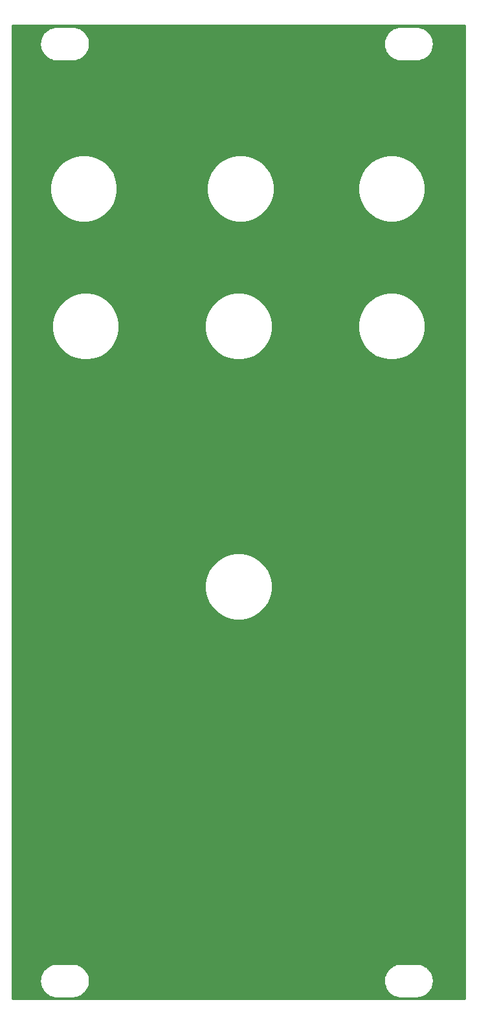
<source format=gbr>
G04 #@! TF.GenerationSoftware,KiCad,Pcbnew,(5.1.5-0)*
G04 #@! TF.CreationDate,2021-01-08T11:41:48-08:00*
G04 #@! TF.ProjectId,hypster,68797073-7465-4722-9e6b-696361645f70,rev?*
G04 #@! TF.SameCoordinates,Original*
G04 #@! TF.FileFunction,Copper,L2,Bot*
G04 #@! TF.FilePolarity,Positive*
%FSLAX46Y46*%
G04 Gerber Fmt 4.6, Leading zero omitted, Abs format (unit mm)*
G04 Created by KiCad (PCBNEW (5.1.5-0)) date 2021-01-08 11:41:48*
%MOMM*%
%LPD*%
G04 APERTURE LIST*
%ADD10C,6.100000*%
%ADD11C,5.100000*%
%ADD12C,0.254000*%
G04 APERTURE END LIST*
D10*
X10250000Y-324250000D03*
X50250000Y-324250000D03*
D11*
X20250000Y-300000000D03*
X40250000Y-300000000D03*
X40250000Y-280000000D03*
X20250000Y-280000000D03*
D10*
X10250000Y-308000000D03*
X30250000Y-308000000D03*
X50250000Y-308000000D03*
X50250000Y-340000000D03*
X36750000Y-340000000D03*
X23250000Y-340000000D03*
X10250000Y-340000000D03*
X10250000Y-356000000D03*
X23250000Y-356000000D03*
X36750000Y-356000000D03*
X50250000Y-356000000D03*
D12*
G36*
X59840001Y-377840000D02*
G01*
X660000Y-377840000D01*
X660000Y-375451353D01*
X4242755Y-375451353D01*
X4243173Y-375511171D01*
X4242755Y-375570988D01*
X4243655Y-375580160D01*
X4276296Y-375890715D01*
X4288320Y-375949291D01*
X4299532Y-376008070D01*
X4302196Y-376016892D01*
X4394535Y-376315192D01*
X4417715Y-376370335D01*
X4440124Y-376425800D01*
X4444451Y-376433937D01*
X4592972Y-376708621D01*
X4626417Y-376758205D01*
X4659177Y-376808268D01*
X4665001Y-376815409D01*
X4864047Y-377056013D01*
X4906482Y-377098154D01*
X4948346Y-377140903D01*
X4955446Y-377146777D01*
X5197435Y-377344138D01*
X5247259Y-377377241D01*
X5296615Y-377411036D01*
X5304721Y-377415419D01*
X5580435Y-377562019D01*
X5635704Y-377584799D01*
X5690724Y-377608381D01*
X5699527Y-377611105D01*
X5998465Y-377701359D01*
X6057138Y-377712976D01*
X6115655Y-377725415D01*
X6124820Y-377726378D01*
X6435594Y-377756850D01*
X6435598Y-377756850D01*
X6467581Y-377760000D01*
X8532419Y-377760000D01*
X8565986Y-377756694D01*
X8586744Y-377756694D01*
X8595909Y-377755731D01*
X8906228Y-377720923D01*
X8964731Y-377708487D01*
X9023419Y-377696867D01*
X9032222Y-377694142D01*
X9329870Y-377599723D01*
X9384792Y-377576183D01*
X9440159Y-377553363D01*
X9448265Y-377548979D01*
X9721904Y-377398544D01*
X9771217Y-377364779D01*
X9821088Y-377331645D01*
X9828188Y-377325770D01*
X10067397Y-377125049D01*
X10109241Y-377082320D01*
X10151694Y-377040162D01*
X10157519Y-377033020D01*
X10353185Y-376789660D01*
X10385938Y-376739608D01*
X10419391Y-376690013D01*
X10423714Y-376681881D01*
X10423717Y-376681877D01*
X10423719Y-376681873D01*
X10568388Y-376405146D01*
X10590785Y-376349711D01*
X10613978Y-376294539D01*
X10616641Y-376285717D01*
X10704807Y-375986156D01*
X10716007Y-375927440D01*
X10728045Y-375868798D01*
X10728944Y-375859627D01*
X10757245Y-375548647D01*
X10756827Y-375488830D01*
X10757088Y-375451353D01*
X49242755Y-375451353D01*
X49243173Y-375511171D01*
X49242755Y-375570988D01*
X49243655Y-375580160D01*
X49276296Y-375890715D01*
X49288320Y-375949291D01*
X49299532Y-376008070D01*
X49302196Y-376016892D01*
X49394535Y-376315192D01*
X49417715Y-376370335D01*
X49440124Y-376425800D01*
X49444451Y-376433937D01*
X49592972Y-376708621D01*
X49626417Y-376758205D01*
X49659177Y-376808268D01*
X49665001Y-376815409D01*
X49864047Y-377056013D01*
X49906482Y-377098154D01*
X49948346Y-377140903D01*
X49955446Y-377146777D01*
X50197435Y-377344138D01*
X50247259Y-377377241D01*
X50296615Y-377411036D01*
X50304721Y-377415419D01*
X50580435Y-377562019D01*
X50635704Y-377584799D01*
X50690724Y-377608381D01*
X50699527Y-377611105D01*
X50998465Y-377701359D01*
X51057138Y-377712976D01*
X51115655Y-377725415D01*
X51124820Y-377726378D01*
X51435594Y-377756850D01*
X51435598Y-377756850D01*
X51467581Y-377760000D01*
X53532419Y-377760000D01*
X53565986Y-377756694D01*
X53586744Y-377756694D01*
X53595909Y-377755731D01*
X53906228Y-377720923D01*
X53964731Y-377708487D01*
X54023419Y-377696867D01*
X54032222Y-377694142D01*
X54329870Y-377599723D01*
X54384792Y-377576183D01*
X54440159Y-377553363D01*
X54448265Y-377548979D01*
X54721904Y-377398544D01*
X54771217Y-377364779D01*
X54821088Y-377331645D01*
X54828188Y-377325770D01*
X55067397Y-377125049D01*
X55109241Y-377082320D01*
X55151694Y-377040162D01*
X55157519Y-377033020D01*
X55353185Y-376789660D01*
X55385938Y-376739608D01*
X55419391Y-376690013D01*
X55423714Y-376681881D01*
X55423717Y-376681877D01*
X55423719Y-376681873D01*
X55568388Y-376405146D01*
X55590785Y-376349711D01*
X55613978Y-376294539D01*
X55616641Y-376285717D01*
X55704807Y-375986156D01*
X55716007Y-375927440D01*
X55728045Y-375868798D01*
X55728944Y-375859627D01*
X55757245Y-375548647D01*
X55756827Y-375488830D01*
X55757245Y-375429012D01*
X55756345Y-375419841D01*
X55723704Y-375109285D01*
X55711680Y-375050709D01*
X55700468Y-374991930D01*
X55697804Y-374983108D01*
X55605465Y-374684808D01*
X55582280Y-374629653D01*
X55559876Y-374574200D01*
X55555549Y-374566064D01*
X55555549Y-374566063D01*
X55555546Y-374566059D01*
X55407028Y-374291379D01*
X55373583Y-374241795D01*
X55340823Y-374191732D01*
X55334999Y-374184591D01*
X55135954Y-373943987D01*
X55093535Y-373901863D01*
X55051655Y-373859097D01*
X55044554Y-373853223D01*
X54802565Y-373655862D01*
X54752741Y-373622759D01*
X54703385Y-373588964D01*
X54695279Y-373584581D01*
X54419566Y-373437981D01*
X54364269Y-373415189D01*
X54309275Y-373391619D01*
X54300472Y-373388895D01*
X54001535Y-373298641D01*
X53942862Y-373287024D01*
X53884345Y-373274585D01*
X53875180Y-373273622D01*
X53564405Y-373243150D01*
X53564402Y-373243150D01*
X53532419Y-373240000D01*
X51467581Y-373240000D01*
X51434014Y-373243306D01*
X51413256Y-373243306D01*
X51404091Y-373244269D01*
X51093771Y-373279077D01*
X51035298Y-373291506D01*
X50976581Y-373303132D01*
X50967778Y-373305858D01*
X50670130Y-373400277D01*
X50615147Y-373423843D01*
X50559841Y-373446638D01*
X50551735Y-373451021D01*
X50278095Y-373601456D01*
X50228748Y-373635245D01*
X50178913Y-373668355D01*
X50171812Y-373674229D01*
X49932603Y-373874951D01*
X49890759Y-373917681D01*
X49848305Y-373959839D01*
X49842481Y-373966980D01*
X49646814Y-374210340D01*
X49614055Y-374260400D01*
X49580609Y-374309986D01*
X49576283Y-374318123D01*
X49431612Y-374594854D01*
X49409215Y-374650289D01*
X49386022Y-374705461D01*
X49383359Y-374714283D01*
X49295193Y-375013844D01*
X49283993Y-375072560D01*
X49271955Y-375131202D01*
X49271056Y-375140373D01*
X49242755Y-375451353D01*
X10757088Y-375451353D01*
X10757245Y-375429012D01*
X10756345Y-375419841D01*
X10723704Y-375109285D01*
X10711680Y-375050709D01*
X10700468Y-374991930D01*
X10697804Y-374983108D01*
X10605465Y-374684808D01*
X10582280Y-374629653D01*
X10559876Y-374574200D01*
X10555549Y-374566064D01*
X10555549Y-374566063D01*
X10555546Y-374566059D01*
X10407028Y-374291379D01*
X10373583Y-374241795D01*
X10340823Y-374191732D01*
X10334999Y-374184591D01*
X10135954Y-373943987D01*
X10093535Y-373901863D01*
X10051655Y-373859097D01*
X10044554Y-373853223D01*
X9802565Y-373655862D01*
X9752741Y-373622759D01*
X9703385Y-373588964D01*
X9695279Y-373584581D01*
X9419566Y-373437981D01*
X9364269Y-373415189D01*
X9309275Y-373391619D01*
X9300472Y-373388895D01*
X9001535Y-373298641D01*
X8942862Y-373287024D01*
X8884345Y-373274585D01*
X8875180Y-373273622D01*
X8564405Y-373243150D01*
X8564402Y-373243150D01*
X8532419Y-373240000D01*
X6467581Y-373240000D01*
X6434014Y-373243306D01*
X6413256Y-373243306D01*
X6404091Y-373244269D01*
X6093771Y-373279077D01*
X6035298Y-373291506D01*
X5976581Y-373303132D01*
X5967778Y-373305858D01*
X5670130Y-373400277D01*
X5615147Y-373423843D01*
X5559841Y-373446638D01*
X5551735Y-373451021D01*
X5278095Y-373601456D01*
X5228748Y-373635245D01*
X5178913Y-373668355D01*
X5171812Y-373674229D01*
X4932603Y-373874951D01*
X4890759Y-373917681D01*
X4848305Y-373959839D01*
X4842481Y-373966980D01*
X4646814Y-374210340D01*
X4614055Y-374260400D01*
X4580609Y-374309986D01*
X4576283Y-374318123D01*
X4431612Y-374594854D01*
X4409215Y-374650289D01*
X4386022Y-374705461D01*
X4383359Y-374714283D01*
X4295193Y-375013844D01*
X4283993Y-375072560D01*
X4271955Y-375131202D01*
X4271056Y-375140373D01*
X4242755Y-375451353D01*
X660000Y-375451353D01*
X660000Y-323565784D01*
X25841332Y-323565784D01*
X25841332Y-324434216D01*
X26010754Y-325285961D01*
X26343089Y-326088288D01*
X26825564Y-326810362D01*
X27439638Y-327424436D01*
X28161712Y-327906911D01*
X28964039Y-328239246D01*
X29815784Y-328408668D01*
X30684216Y-328408668D01*
X31535961Y-328239246D01*
X32338288Y-327906911D01*
X33060362Y-327424436D01*
X33674436Y-326810362D01*
X34156911Y-326088288D01*
X34489246Y-325285961D01*
X34658668Y-324434216D01*
X34658668Y-323565784D01*
X34489246Y-322714039D01*
X34156911Y-321911712D01*
X33674436Y-321189638D01*
X33060362Y-320575564D01*
X32338288Y-320093089D01*
X31535961Y-319760754D01*
X30684216Y-319591332D01*
X29815784Y-319591332D01*
X28964039Y-319760754D01*
X28161712Y-320093089D01*
X27439638Y-320575564D01*
X26825564Y-321189638D01*
X26343089Y-321911712D01*
X26010754Y-322714039D01*
X25841332Y-323565784D01*
X660000Y-323565784D01*
X660000Y-289565784D01*
X5841332Y-289565784D01*
X5841332Y-290434216D01*
X6010754Y-291285961D01*
X6343089Y-292088288D01*
X6825564Y-292810362D01*
X7439638Y-293424436D01*
X8161712Y-293906911D01*
X8964039Y-294239246D01*
X9815784Y-294408668D01*
X10684216Y-294408668D01*
X11535961Y-294239246D01*
X12338288Y-293906911D01*
X13060362Y-293424436D01*
X13674436Y-292810362D01*
X14156911Y-292088288D01*
X14489246Y-291285961D01*
X14658668Y-290434216D01*
X14658668Y-289565784D01*
X25841332Y-289565784D01*
X25841332Y-290434216D01*
X26010754Y-291285961D01*
X26343089Y-292088288D01*
X26825564Y-292810362D01*
X27439638Y-293424436D01*
X28161712Y-293906911D01*
X28964039Y-294239246D01*
X29815784Y-294408668D01*
X30684216Y-294408668D01*
X31535961Y-294239246D01*
X32338288Y-293906911D01*
X33060362Y-293424436D01*
X33674436Y-292810362D01*
X34156911Y-292088288D01*
X34489246Y-291285961D01*
X34658668Y-290434216D01*
X34658668Y-289565784D01*
X45841332Y-289565784D01*
X45841332Y-290434216D01*
X46010754Y-291285961D01*
X46343089Y-292088288D01*
X46825564Y-292810362D01*
X47439638Y-293424436D01*
X48161712Y-293906911D01*
X48964039Y-294239246D01*
X49815784Y-294408668D01*
X50684216Y-294408668D01*
X51535961Y-294239246D01*
X52338288Y-293906911D01*
X53060362Y-293424436D01*
X53674436Y-292810362D01*
X54156911Y-292088288D01*
X54489246Y-291285961D01*
X54658668Y-290434216D01*
X54658668Y-289565784D01*
X54489246Y-288714039D01*
X54156911Y-287911712D01*
X53674436Y-287189638D01*
X53060362Y-286575564D01*
X52338288Y-286093089D01*
X51535961Y-285760754D01*
X50684216Y-285591332D01*
X49815784Y-285591332D01*
X48964039Y-285760754D01*
X48161712Y-286093089D01*
X47439638Y-286575564D01*
X46825564Y-287189638D01*
X46343089Y-287911712D01*
X46010754Y-288714039D01*
X45841332Y-289565784D01*
X34658668Y-289565784D01*
X34489246Y-288714039D01*
X34156911Y-287911712D01*
X33674436Y-287189638D01*
X33060362Y-286575564D01*
X32338288Y-286093089D01*
X31535961Y-285760754D01*
X30684216Y-285591332D01*
X29815784Y-285591332D01*
X28964039Y-285760754D01*
X28161712Y-286093089D01*
X27439638Y-286575564D01*
X26825564Y-287189638D01*
X26343089Y-287911712D01*
X26010754Y-288714039D01*
X25841332Y-289565784D01*
X14658668Y-289565784D01*
X14489246Y-288714039D01*
X14156911Y-287911712D01*
X13674436Y-287189638D01*
X13060362Y-286575564D01*
X12338288Y-286093089D01*
X11535961Y-285760754D01*
X10684216Y-285591332D01*
X9815784Y-285591332D01*
X8964039Y-285760754D01*
X8161712Y-286093089D01*
X7439638Y-286575564D01*
X6825564Y-287189638D01*
X6343089Y-287911712D01*
X6010754Y-288714039D01*
X5841332Y-289565784D01*
X660000Y-289565784D01*
X660000Y-271565784D01*
X5591332Y-271565784D01*
X5591332Y-272434216D01*
X5760754Y-273285961D01*
X6093089Y-274088288D01*
X6575564Y-274810362D01*
X7189638Y-275424436D01*
X7911712Y-275906911D01*
X8714039Y-276239246D01*
X9565784Y-276408668D01*
X10434216Y-276408668D01*
X11285961Y-276239246D01*
X12088288Y-275906911D01*
X12810362Y-275424436D01*
X13424436Y-274810362D01*
X13906911Y-274088288D01*
X14239246Y-273285961D01*
X14408668Y-272434216D01*
X14408668Y-271565784D01*
X26091332Y-271565784D01*
X26091332Y-272434216D01*
X26260754Y-273285961D01*
X26593089Y-274088288D01*
X27075564Y-274810362D01*
X27689638Y-275424436D01*
X28411712Y-275906911D01*
X29214039Y-276239246D01*
X30065784Y-276408668D01*
X30934216Y-276408668D01*
X31785961Y-276239246D01*
X32588288Y-275906911D01*
X33310362Y-275424436D01*
X33924436Y-274810362D01*
X34406911Y-274088288D01*
X34739246Y-273285961D01*
X34908668Y-272434216D01*
X34908668Y-271565784D01*
X45841332Y-271565784D01*
X45841332Y-272434216D01*
X46010754Y-273285961D01*
X46343089Y-274088288D01*
X46825564Y-274810362D01*
X47439638Y-275424436D01*
X48161712Y-275906911D01*
X48964039Y-276239246D01*
X49815784Y-276408668D01*
X50684216Y-276408668D01*
X51535961Y-276239246D01*
X52338288Y-275906911D01*
X53060362Y-275424436D01*
X53674436Y-274810362D01*
X54156911Y-274088288D01*
X54489246Y-273285961D01*
X54658668Y-272434216D01*
X54658668Y-271565784D01*
X54489246Y-270714039D01*
X54156911Y-269911712D01*
X53674436Y-269189638D01*
X53060362Y-268575564D01*
X52338288Y-268093089D01*
X51535961Y-267760754D01*
X50684216Y-267591332D01*
X49815784Y-267591332D01*
X48964039Y-267760754D01*
X48161712Y-268093089D01*
X47439638Y-268575564D01*
X46825564Y-269189638D01*
X46343089Y-269911712D01*
X46010754Y-270714039D01*
X45841332Y-271565784D01*
X34908668Y-271565784D01*
X34739246Y-270714039D01*
X34406911Y-269911712D01*
X33924436Y-269189638D01*
X33310362Y-268575564D01*
X32588288Y-268093089D01*
X31785961Y-267760754D01*
X30934216Y-267591332D01*
X30065784Y-267591332D01*
X29214039Y-267760754D01*
X28411712Y-268093089D01*
X27689638Y-268575564D01*
X27075564Y-269189638D01*
X26593089Y-269911712D01*
X26260754Y-270714039D01*
X26091332Y-271565784D01*
X14408668Y-271565784D01*
X14239246Y-270714039D01*
X13906911Y-269911712D01*
X13424436Y-269189638D01*
X12810362Y-268575564D01*
X12088288Y-268093089D01*
X11285961Y-267760754D01*
X10434216Y-267591332D01*
X9565784Y-267591332D01*
X8714039Y-267760754D01*
X7911712Y-268093089D01*
X7189638Y-268575564D01*
X6575564Y-269189638D01*
X6093089Y-269911712D01*
X5760754Y-270714039D01*
X5591332Y-271565784D01*
X660000Y-271565784D01*
X660000Y-253051353D01*
X4242755Y-253051353D01*
X4243173Y-253111171D01*
X4242755Y-253170988D01*
X4243655Y-253180160D01*
X4276296Y-253490715D01*
X4288320Y-253549291D01*
X4299532Y-253608070D01*
X4302196Y-253616892D01*
X4394535Y-253915192D01*
X4417715Y-253970335D01*
X4440124Y-254025800D01*
X4444451Y-254033937D01*
X4592972Y-254308621D01*
X4626417Y-254358205D01*
X4659177Y-254408268D01*
X4665001Y-254415409D01*
X4864047Y-254656013D01*
X4906482Y-254698154D01*
X4948346Y-254740903D01*
X4955446Y-254746777D01*
X5197435Y-254944138D01*
X5247259Y-254977241D01*
X5296615Y-255011036D01*
X5304721Y-255015419D01*
X5580435Y-255162019D01*
X5635704Y-255184799D01*
X5690724Y-255208381D01*
X5699527Y-255211105D01*
X5998465Y-255301359D01*
X6057138Y-255312976D01*
X6115655Y-255325415D01*
X6124820Y-255326378D01*
X6435594Y-255356850D01*
X6435598Y-255356850D01*
X6467581Y-255360000D01*
X8532419Y-255360000D01*
X8565986Y-255356694D01*
X8586744Y-255356694D01*
X8595909Y-255355731D01*
X8906228Y-255320923D01*
X8964731Y-255308487D01*
X9023419Y-255296867D01*
X9032222Y-255294142D01*
X9329870Y-255199723D01*
X9384792Y-255176183D01*
X9440159Y-255153363D01*
X9448265Y-255148979D01*
X9721904Y-254998544D01*
X9771217Y-254964779D01*
X9821088Y-254931645D01*
X9828188Y-254925770D01*
X10067397Y-254725049D01*
X10109241Y-254682320D01*
X10151694Y-254640162D01*
X10157519Y-254633020D01*
X10353185Y-254389660D01*
X10385938Y-254339608D01*
X10419391Y-254290013D01*
X10423714Y-254281881D01*
X10423717Y-254281877D01*
X10423719Y-254281873D01*
X10568388Y-254005146D01*
X10590785Y-253949711D01*
X10613978Y-253894539D01*
X10616641Y-253885717D01*
X10704807Y-253586156D01*
X10716007Y-253527440D01*
X10728045Y-253468798D01*
X10728944Y-253459627D01*
X10757245Y-253148647D01*
X10756827Y-253088830D01*
X10757088Y-253051353D01*
X49242755Y-253051353D01*
X49243173Y-253111171D01*
X49242755Y-253170988D01*
X49243655Y-253180160D01*
X49276296Y-253490715D01*
X49288320Y-253549291D01*
X49299532Y-253608070D01*
X49302196Y-253616892D01*
X49394535Y-253915192D01*
X49417715Y-253970335D01*
X49440124Y-254025800D01*
X49444451Y-254033937D01*
X49592972Y-254308621D01*
X49626417Y-254358205D01*
X49659177Y-254408268D01*
X49665001Y-254415409D01*
X49864047Y-254656013D01*
X49906482Y-254698154D01*
X49948346Y-254740903D01*
X49955446Y-254746777D01*
X50197435Y-254944138D01*
X50247259Y-254977241D01*
X50296615Y-255011036D01*
X50304721Y-255015419D01*
X50580435Y-255162019D01*
X50635704Y-255184799D01*
X50690724Y-255208381D01*
X50699527Y-255211105D01*
X50998465Y-255301359D01*
X51057138Y-255312976D01*
X51115655Y-255325415D01*
X51124820Y-255326378D01*
X51435594Y-255356850D01*
X51435598Y-255356850D01*
X51467581Y-255360000D01*
X53532419Y-255360000D01*
X53565986Y-255356694D01*
X53586744Y-255356694D01*
X53595909Y-255355731D01*
X53906228Y-255320923D01*
X53964731Y-255308487D01*
X54023419Y-255296867D01*
X54032222Y-255294142D01*
X54329870Y-255199723D01*
X54384792Y-255176183D01*
X54440159Y-255153363D01*
X54448265Y-255148979D01*
X54721904Y-254998544D01*
X54771217Y-254964779D01*
X54821088Y-254931645D01*
X54828188Y-254925770D01*
X55067397Y-254725049D01*
X55109241Y-254682320D01*
X55151694Y-254640162D01*
X55157519Y-254633020D01*
X55353185Y-254389660D01*
X55385938Y-254339608D01*
X55419391Y-254290013D01*
X55423714Y-254281881D01*
X55423717Y-254281877D01*
X55423719Y-254281873D01*
X55568388Y-254005146D01*
X55590785Y-253949711D01*
X55613978Y-253894539D01*
X55616641Y-253885717D01*
X55704807Y-253586156D01*
X55716007Y-253527440D01*
X55728045Y-253468798D01*
X55728944Y-253459627D01*
X55757245Y-253148647D01*
X55756827Y-253088830D01*
X55757245Y-253029012D01*
X55756345Y-253019841D01*
X55723704Y-252709285D01*
X55711680Y-252650709D01*
X55700468Y-252591930D01*
X55697804Y-252583108D01*
X55605465Y-252284808D01*
X55582280Y-252229653D01*
X55559876Y-252174200D01*
X55555549Y-252166064D01*
X55555549Y-252166063D01*
X55555546Y-252166059D01*
X55407028Y-251891379D01*
X55373583Y-251841795D01*
X55340823Y-251791732D01*
X55334999Y-251784591D01*
X55135954Y-251543987D01*
X55093535Y-251501863D01*
X55051655Y-251459097D01*
X55044554Y-251453223D01*
X54802565Y-251255862D01*
X54752741Y-251222759D01*
X54703385Y-251188964D01*
X54695279Y-251184581D01*
X54419566Y-251037981D01*
X54364269Y-251015189D01*
X54309275Y-250991619D01*
X54300472Y-250988895D01*
X54001535Y-250898641D01*
X53942862Y-250887024D01*
X53884345Y-250874585D01*
X53875180Y-250873622D01*
X53564405Y-250843150D01*
X53564402Y-250843150D01*
X53532419Y-250840000D01*
X51467581Y-250840000D01*
X51434014Y-250843306D01*
X51413256Y-250843306D01*
X51404091Y-250844269D01*
X51093771Y-250879077D01*
X51035298Y-250891506D01*
X50976581Y-250903132D01*
X50967778Y-250905858D01*
X50670130Y-251000277D01*
X50615147Y-251023843D01*
X50559841Y-251046638D01*
X50551735Y-251051021D01*
X50278095Y-251201456D01*
X50228748Y-251235245D01*
X50178913Y-251268355D01*
X50171812Y-251274229D01*
X49932603Y-251474951D01*
X49890759Y-251517681D01*
X49848305Y-251559839D01*
X49842481Y-251566980D01*
X49646814Y-251810340D01*
X49614055Y-251860400D01*
X49580609Y-251909986D01*
X49576283Y-251918123D01*
X49431612Y-252194854D01*
X49409215Y-252250289D01*
X49386022Y-252305461D01*
X49383359Y-252314283D01*
X49295193Y-252613844D01*
X49283993Y-252672560D01*
X49271955Y-252731202D01*
X49271056Y-252740373D01*
X49242755Y-253051353D01*
X10757088Y-253051353D01*
X10757245Y-253029012D01*
X10756345Y-253019841D01*
X10723704Y-252709285D01*
X10711680Y-252650709D01*
X10700468Y-252591930D01*
X10697804Y-252583108D01*
X10605465Y-252284808D01*
X10582280Y-252229653D01*
X10559876Y-252174200D01*
X10555549Y-252166064D01*
X10555549Y-252166063D01*
X10555546Y-252166059D01*
X10407028Y-251891379D01*
X10373583Y-251841795D01*
X10340823Y-251791732D01*
X10334999Y-251784591D01*
X10135954Y-251543987D01*
X10093535Y-251501863D01*
X10051655Y-251459097D01*
X10044554Y-251453223D01*
X9802565Y-251255862D01*
X9752741Y-251222759D01*
X9703385Y-251188964D01*
X9695279Y-251184581D01*
X9419566Y-251037981D01*
X9364269Y-251015189D01*
X9309275Y-250991619D01*
X9300472Y-250988895D01*
X9001535Y-250898641D01*
X8942862Y-250887024D01*
X8884345Y-250874585D01*
X8875180Y-250873622D01*
X8564405Y-250843150D01*
X8564402Y-250843150D01*
X8532419Y-250840000D01*
X6467581Y-250840000D01*
X6434014Y-250843306D01*
X6413256Y-250843306D01*
X6404091Y-250844269D01*
X6093771Y-250879077D01*
X6035298Y-250891506D01*
X5976581Y-250903132D01*
X5967778Y-250905858D01*
X5670130Y-251000277D01*
X5615147Y-251023843D01*
X5559841Y-251046638D01*
X5551735Y-251051021D01*
X5278095Y-251201456D01*
X5228748Y-251235245D01*
X5178913Y-251268355D01*
X5171812Y-251274229D01*
X4932603Y-251474951D01*
X4890759Y-251517681D01*
X4848305Y-251559839D01*
X4842481Y-251566980D01*
X4646814Y-251810340D01*
X4614055Y-251860400D01*
X4580609Y-251909986D01*
X4576283Y-251918123D01*
X4431612Y-252194854D01*
X4409215Y-252250289D01*
X4386022Y-252305461D01*
X4383359Y-252314283D01*
X4295193Y-252613844D01*
X4283993Y-252672560D01*
X4271955Y-252731202D01*
X4271056Y-252740373D01*
X4242755Y-253051353D01*
X660000Y-253051353D01*
X660000Y-250660000D01*
X59840000Y-250660000D01*
X59840001Y-377840000D01*
G37*
X59840001Y-377840000D02*
X660000Y-377840000D01*
X660000Y-375451353D01*
X4242755Y-375451353D01*
X4243173Y-375511171D01*
X4242755Y-375570988D01*
X4243655Y-375580160D01*
X4276296Y-375890715D01*
X4288320Y-375949291D01*
X4299532Y-376008070D01*
X4302196Y-376016892D01*
X4394535Y-376315192D01*
X4417715Y-376370335D01*
X4440124Y-376425800D01*
X4444451Y-376433937D01*
X4592972Y-376708621D01*
X4626417Y-376758205D01*
X4659177Y-376808268D01*
X4665001Y-376815409D01*
X4864047Y-377056013D01*
X4906482Y-377098154D01*
X4948346Y-377140903D01*
X4955446Y-377146777D01*
X5197435Y-377344138D01*
X5247259Y-377377241D01*
X5296615Y-377411036D01*
X5304721Y-377415419D01*
X5580435Y-377562019D01*
X5635704Y-377584799D01*
X5690724Y-377608381D01*
X5699527Y-377611105D01*
X5998465Y-377701359D01*
X6057138Y-377712976D01*
X6115655Y-377725415D01*
X6124820Y-377726378D01*
X6435594Y-377756850D01*
X6435598Y-377756850D01*
X6467581Y-377760000D01*
X8532419Y-377760000D01*
X8565986Y-377756694D01*
X8586744Y-377756694D01*
X8595909Y-377755731D01*
X8906228Y-377720923D01*
X8964731Y-377708487D01*
X9023419Y-377696867D01*
X9032222Y-377694142D01*
X9329870Y-377599723D01*
X9384792Y-377576183D01*
X9440159Y-377553363D01*
X9448265Y-377548979D01*
X9721904Y-377398544D01*
X9771217Y-377364779D01*
X9821088Y-377331645D01*
X9828188Y-377325770D01*
X10067397Y-377125049D01*
X10109241Y-377082320D01*
X10151694Y-377040162D01*
X10157519Y-377033020D01*
X10353185Y-376789660D01*
X10385938Y-376739608D01*
X10419391Y-376690013D01*
X10423714Y-376681881D01*
X10423717Y-376681877D01*
X10423719Y-376681873D01*
X10568388Y-376405146D01*
X10590785Y-376349711D01*
X10613978Y-376294539D01*
X10616641Y-376285717D01*
X10704807Y-375986156D01*
X10716007Y-375927440D01*
X10728045Y-375868798D01*
X10728944Y-375859627D01*
X10757245Y-375548647D01*
X10756827Y-375488830D01*
X10757088Y-375451353D01*
X49242755Y-375451353D01*
X49243173Y-375511171D01*
X49242755Y-375570988D01*
X49243655Y-375580160D01*
X49276296Y-375890715D01*
X49288320Y-375949291D01*
X49299532Y-376008070D01*
X49302196Y-376016892D01*
X49394535Y-376315192D01*
X49417715Y-376370335D01*
X49440124Y-376425800D01*
X49444451Y-376433937D01*
X49592972Y-376708621D01*
X49626417Y-376758205D01*
X49659177Y-376808268D01*
X49665001Y-376815409D01*
X49864047Y-377056013D01*
X49906482Y-377098154D01*
X49948346Y-377140903D01*
X49955446Y-377146777D01*
X50197435Y-377344138D01*
X50247259Y-377377241D01*
X50296615Y-377411036D01*
X50304721Y-377415419D01*
X50580435Y-377562019D01*
X50635704Y-377584799D01*
X50690724Y-377608381D01*
X50699527Y-377611105D01*
X50998465Y-377701359D01*
X51057138Y-377712976D01*
X51115655Y-377725415D01*
X51124820Y-377726378D01*
X51435594Y-377756850D01*
X51435598Y-377756850D01*
X51467581Y-377760000D01*
X53532419Y-377760000D01*
X53565986Y-377756694D01*
X53586744Y-377756694D01*
X53595909Y-377755731D01*
X53906228Y-377720923D01*
X53964731Y-377708487D01*
X54023419Y-377696867D01*
X54032222Y-377694142D01*
X54329870Y-377599723D01*
X54384792Y-377576183D01*
X54440159Y-377553363D01*
X54448265Y-377548979D01*
X54721904Y-377398544D01*
X54771217Y-377364779D01*
X54821088Y-377331645D01*
X54828188Y-377325770D01*
X55067397Y-377125049D01*
X55109241Y-377082320D01*
X55151694Y-377040162D01*
X55157519Y-377033020D01*
X55353185Y-376789660D01*
X55385938Y-376739608D01*
X55419391Y-376690013D01*
X55423714Y-376681881D01*
X55423717Y-376681877D01*
X55423719Y-376681873D01*
X55568388Y-376405146D01*
X55590785Y-376349711D01*
X55613978Y-376294539D01*
X55616641Y-376285717D01*
X55704807Y-375986156D01*
X55716007Y-375927440D01*
X55728045Y-375868798D01*
X55728944Y-375859627D01*
X55757245Y-375548647D01*
X55756827Y-375488830D01*
X55757245Y-375429012D01*
X55756345Y-375419841D01*
X55723704Y-375109285D01*
X55711680Y-375050709D01*
X55700468Y-374991930D01*
X55697804Y-374983108D01*
X55605465Y-374684808D01*
X55582280Y-374629653D01*
X55559876Y-374574200D01*
X55555549Y-374566064D01*
X55555549Y-374566063D01*
X55555546Y-374566059D01*
X55407028Y-374291379D01*
X55373583Y-374241795D01*
X55340823Y-374191732D01*
X55334999Y-374184591D01*
X55135954Y-373943987D01*
X55093535Y-373901863D01*
X55051655Y-373859097D01*
X55044554Y-373853223D01*
X54802565Y-373655862D01*
X54752741Y-373622759D01*
X54703385Y-373588964D01*
X54695279Y-373584581D01*
X54419566Y-373437981D01*
X54364269Y-373415189D01*
X54309275Y-373391619D01*
X54300472Y-373388895D01*
X54001535Y-373298641D01*
X53942862Y-373287024D01*
X53884345Y-373274585D01*
X53875180Y-373273622D01*
X53564405Y-373243150D01*
X53564402Y-373243150D01*
X53532419Y-373240000D01*
X51467581Y-373240000D01*
X51434014Y-373243306D01*
X51413256Y-373243306D01*
X51404091Y-373244269D01*
X51093771Y-373279077D01*
X51035298Y-373291506D01*
X50976581Y-373303132D01*
X50967778Y-373305858D01*
X50670130Y-373400277D01*
X50615147Y-373423843D01*
X50559841Y-373446638D01*
X50551735Y-373451021D01*
X50278095Y-373601456D01*
X50228748Y-373635245D01*
X50178913Y-373668355D01*
X50171812Y-373674229D01*
X49932603Y-373874951D01*
X49890759Y-373917681D01*
X49848305Y-373959839D01*
X49842481Y-373966980D01*
X49646814Y-374210340D01*
X49614055Y-374260400D01*
X49580609Y-374309986D01*
X49576283Y-374318123D01*
X49431612Y-374594854D01*
X49409215Y-374650289D01*
X49386022Y-374705461D01*
X49383359Y-374714283D01*
X49295193Y-375013844D01*
X49283993Y-375072560D01*
X49271955Y-375131202D01*
X49271056Y-375140373D01*
X49242755Y-375451353D01*
X10757088Y-375451353D01*
X10757245Y-375429012D01*
X10756345Y-375419841D01*
X10723704Y-375109285D01*
X10711680Y-375050709D01*
X10700468Y-374991930D01*
X10697804Y-374983108D01*
X10605465Y-374684808D01*
X10582280Y-374629653D01*
X10559876Y-374574200D01*
X10555549Y-374566064D01*
X10555549Y-374566063D01*
X10555546Y-374566059D01*
X10407028Y-374291379D01*
X10373583Y-374241795D01*
X10340823Y-374191732D01*
X10334999Y-374184591D01*
X10135954Y-373943987D01*
X10093535Y-373901863D01*
X10051655Y-373859097D01*
X10044554Y-373853223D01*
X9802565Y-373655862D01*
X9752741Y-373622759D01*
X9703385Y-373588964D01*
X9695279Y-373584581D01*
X9419566Y-373437981D01*
X9364269Y-373415189D01*
X9309275Y-373391619D01*
X9300472Y-373388895D01*
X9001535Y-373298641D01*
X8942862Y-373287024D01*
X8884345Y-373274585D01*
X8875180Y-373273622D01*
X8564405Y-373243150D01*
X8564402Y-373243150D01*
X8532419Y-373240000D01*
X6467581Y-373240000D01*
X6434014Y-373243306D01*
X6413256Y-373243306D01*
X6404091Y-373244269D01*
X6093771Y-373279077D01*
X6035298Y-373291506D01*
X5976581Y-373303132D01*
X5967778Y-373305858D01*
X5670130Y-373400277D01*
X5615147Y-373423843D01*
X5559841Y-373446638D01*
X5551735Y-373451021D01*
X5278095Y-373601456D01*
X5228748Y-373635245D01*
X5178913Y-373668355D01*
X5171812Y-373674229D01*
X4932603Y-373874951D01*
X4890759Y-373917681D01*
X4848305Y-373959839D01*
X4842481Y-373966980D01*
X4646814Y-374210340D01*
X4614055Y-374260400D01*
X4580609Y-374309986D01*
X4576283Y-374318123D01*
X4431612Y-374594854D01*
X4409215Y-374650289D01*
X4386022Y-374705461D01*
X4383359Y-374714283D01*
X4295193Y-375013844D01*
X4283993Y-375072560D01*
X4271955Y-375131202D01*
X4271056Y-375140373D01*
X4242755Y-375451353D01*
X660000Y-375451353D01*
X660000Y-323565784D01*
X25841332Y-323565784D01*
X25841332Y-324434216D01*
X26010754Y-325285961D01*
X26343089Y-326088288D01*
X26825564Y-326810362D01*
X27439638Y-327424436D01*
X28161712Y-327906911D01*
X28964039Y-328239246D01*
X29815784Y-328408668D01*
X30684216Y-328408668D01*
X31535961Y-328239246D01*
X32338288Y-327906911D01*
X33060362Y-327424436D01*
X33674436Y-326810362D01*
X34156911Y-326088288D01*
X34489246Y-325285961D01*
X34658668Y-324434216D01*
X34658668Y-323565784D01*
X34489246Y-322714039D01*
X34156911Y-321911712D01*
X33674436Y-321189638D01*
X33060362Y-320575564D01*
X32338288Y-320093089D01*
X31535961Y-319760754D01*
X30684216Y-319591332D01*
X29815784Y-319591332D01*
X28964039Y-319760754D01*
X28161712Y-320093089D01*
X27439638Y-320575564D01*
X26825564Y-321189638D01*
X26343089Y-321911712D01*
X26010754Y-322714039D01*
X25841332Y-323565784D01*
X660000Y-323565784D01*
X660000Y-289565784D01*
X5841332Y-289565784D01*
X5841332Y-290434216D01*
X6010754Y-291285961D01*
X6343089Y-292088288D01*
X6825564Y-292810362D01*
X7439638Y-293424436D01*
X8161712Y-293906911D01*
X8964039Y-294239246D01*
X9815784Y-294408668D01*
X10684216Y-294408668D01*
X11535961Y-294239246D01*
X12338288Y-293906911D01*
X13060362Y-293424436D01*
X13674436Y-292810362D01*
X14156911Y-292088288D01*
X14489246Y-291285961D01*
X14658668Y-290434216D01*
X14658668Y-289565784D01*
X25841332Y-289565784D01*
X25841332Y-290434216D01*
X26010754Y-291285961D01*
X26343089Y-292088288D01*
X26825564Y-292810362D01*
X27439638Y-293424436D01*
X28161712Y-293906911D01*
X28964039Y-294239246D01*
X29815784Y-294408668D01*
X30684216Y-294408668D01*
X31535961Y-294239246D01*
X32338288Y-293906911D01*
X33060362Y-293424436D01*
X33674436Y-292810362D01*
X34156911Y-292088288D01*
X34489246Y-291285961D01*
X34658668Y-290434216D01*
X34658668Y-289565784D01*
X45841332Y-289565784D01*
X45841332Y-290434216D01*
X46010754Y-291285961D01*
X46343089Y-292088288D01*
X46825564Y-292810362D01*
X47439638Y-293424436D01*
X48161712Y-293906911D01*
X48964039Y-294239246D01*
X49815784Y-294408668D01*
X50684216Y-294408668D01*
X51535961Y-294239246D01*
X52338288Y-293906911D01*
X53060362Y-293424436D01*
X53674436Y-292810362D01*
X54156911Y-292088288D01*
X54489246Y-291285961D01*
X54658668Y-290434216D01*
X54658668Y-289565784D01*
X54489246Y-288714039D01*
X54156911Y-287911712D01*
X53674436Y-287189638D01*
X53060362Y-286575564D01*
X52338288Y-286093089D01*
X51535961Y-285760754D01*
X50684216Y-285591332D01*
X49815784Y-285591332D01*
X48964039Y-285760754D01*
X48161712Y-286093089D01*
X47439638Y-286575564D01*
X46825564Y-287189638D01*
X46343089Y-287911712D01*
X46010754Y-288714039D01*
X45841332Y-289565784D01*
X34658668Y-289565784D01*
X34489246Y-288714039D01*
X34156911Y-287911712D01*
X33674436Y-287189638D01*
X33060362Y-286575564D01*
X32338288Y-286093089D01*
X31535961Y-285760754D01*
X30684216Y-285591332D01*
X29815784Y-285591332D01*
X28964039Y-285760754D01*
X28161712Y-286093089D01*
X27439638Y-286575564D01*
X26825564Y-287189638D01*
X26343089Y-287911712D01*
X26010754Y-288714039D01*
X25841332Y-289565784D01*
X14658668Y-289565784D01*
X14489246Y-288714039D01*
X14156911Y-287911712D01*
X13674436Y-287189638D01*
X13060362Y-286575564D01*
X12338288Y-286093089D01*
X11535961Y-285760754D01*
X10684216Y-285591332D01*
X9815784Y-285591332D01*
X8964039Y-285760754D01*
X8161712Y-286093089D01*
X7439638Y-286575564D01*
X6825564Y-287189638D01*
X6343089Y-287911712D01*
X6010754Y-288714039D01*
X5841332Y-289565784D01*
X660000Y-289565784D01*
X660000Y-271565784D01*
X5591332Y-271565784D01*
X5591332Y-272434216D01*
X5760754Y-273285961D01*
X6093089Y-274088288D01*
X6575564Y-274810362D01*
X7189638Y-275424436D01*
X7911712Y-275906911D01*
X8714039Y-276239246D01*
X9565784Y-276408668D01*
X10434216Y-276408668D01*
X11285961Y-276239246D01*
X12088288Y-275906911D01*
X12810362Y-275424436D01*
X13424436Y-274810362D01*
X13906911Y-274088288D01*
X14239246Y-273285961D01*
X14408668Y-272434216D01*
X14408668Y-271565784D01*
X26091332Y-271565784D01*
X26091332Y-272434216D01*
X26260754Y-273285961D01*
X26593089Y-274088288D01*
X27075564Y-274810362D01*
X27689638Y-275424436D01*
X28411712Y-275906911D01*
X29214039Y-276239246D01*
X30065784Y-276408668D01*
X30934216Y-276408668D01*
X31785961Y-276239246D01*
X32588288Y-275906911D01*
X33310362Y-275424436D01*
X33924436Y-274810362D01*
X34406911Y-274088288D01*
X34739246Y-273285961D01*
X34908668Y-272434216D01*
X34908668Y-271565784D01*
X45841332Y-271565784D01*
X45841332Y-272434216D01*
X46010754Y-273285961D01*
X46343089Y-274088288D01*
X46825564Y-274810362D01*
X47439638Y-275424436D01*
X48161712Y-275906911D01*
X48964039Y-276239246D01*
X49815784Y-276408668D01*
X50684216Y-276408668D01*
X51535961Y-276239246D01*
X52338288Y-275906911D01*
X53060362Y-275424436D01*
X53674436Y-274810362D01*
X54156911Y-274088288D01*
X54489246Y-273285961D01*
X54658668Y-272434216D01*
X54658668Y-271565784D01*
X54489246Y-270714039D01*
X54156911Y-269911712D01*
X53674436Y-269189638D01*
X53060362Y-268575564D01*
X52338288Y-268093089D01*
X51535961Y-267760754D01*
X50684216Y-267591332D01*
X49815784Y-267591332D01*
X48964039Y-267760754D01*
X48161712Y-268093089D01*
X47439638Y-268575564D01*
X46825564Y-269189638D01*
X46343089Y-269911712D01*
X46010754Y-270714039D01*
X45841332Y-271565784D01*
X34908668Y-271565784D01*
X34739246Y-270714039D01*
X34406911Y-269911712D01*
X33924436Y-269189638D01*
X33310362Y-268575564D01*
X32588288Y-268093089D01*
X31785961Y-267760754D01*
X30934216Y-267591332D01*
X30065784Y-267591332D01*
X29214039Y-267760754D01*
X28411712Y-268093089D01*
X27689638Y-268575564D01*
X27075564Y-269189638D01*
X26593089Y-269911712D01*
X26260754Y-270714039D01*
X26091332Y-271565784D01*
X14408668Y-271565784D01*
X14239246Y-270714039D01*
X13906911Y-269911712D01*
X13424436Y-269189638D01*
X12810362Y-268575564D01*
X12088288Y-268093089D01*
X11285961Y-267760754D01*
X10434216Y-267591332D01*
X9565784Y-267591332D01*
X8714039Y-267760754D01*
X7911712Y-268093089D01*
X7189638Y-268575564D01*
X6575564Y-269189638D01*
X6093089Y-269911712D01*
X5760754Y-270714039D01*
X5591332Y-271565784D01*
X660000Y-271565784D01*
X660000Y-253051353D01*
X4242755Y-253051353D01*
X4243173Y-253111171D01*
X4242755Y-253170988D01*
X4243655Y-253180160D01*
X4276296Y-253490715D01*
X4288320Y-253549291D01*
X4299532Y-253608070D01*
X4302196Y-253616892D01*
X4394535Y-253915192D01*
X4417715Y-253970335D01*
X4440124Y-254025800D01*
X4444451Y-254033937D01*
X4592972Y-254308621D01*
X4626417Y-254358205D01*
X4659177Y-254408268D01*
X4665001Y-254415409D01*
X4864047Y-254656013D01*
X4906482Y-254698154D01*
X4948346Y-254740903D01*
X4955446Y-254746777D01*
X5197435Y-254944138D01*
X5247259Y-254977241D01*
X5296615Y-255011036D01*
X5304721Y-255015419D01*
X5580435Y-255162019D01*
X5635704Y-255184799D01*
X5690724Y-255208381D01*
X5699527Y-255211105D01*
X5998465Y-255301359D01*
X6057138Y-255312976D01*
X6115655Y-255325415D01*
X6124820Y-255326378D01*
X6435594Y-255356850D01*
X6435598Y-255356850D01*
X6467581Y-255360000D01*
X8532419Y-255360000D01*
X8565986Y-255356694D01*
X8586744Y-255356694D01*
X8595909Y-255355731D01*
X8906228Y-255320923D01*
X8964731Y-255308487D01*
X9023419Y-255296867D01*
X9032222Y-255294142D01*
X9329870Y-255199723D01*
X9384792Y-255176183D01*
X9440159Y-255153363D01*
X9448265Y-255148979D01*
X9721904Y-254998544D01*
X9771217Y-254964779D01*
X9821088Y-254931645D01*
X9828188Y-254925770D01*
X10067397Y-254725049D01*
X10109241Y-254682320D01*
X10151694Y-254640162D01*
X10157519Y-254633020D01*
X10353185Y-254389660D01*
X10385938Y-254339608D01*
X10419391Y-254290013D01*
X10423714Y-254281881D01*
X10423717Y-254281877D01*
X10423719Y-254281873D01*
X10568388Y-254005146D01*
X10590785Y-253949711D01*
X10613978Y-253894539D01*
X10616641Y-253885717D01*
X10704807Y-253586156D01*
X10716007Y-253527440D01*
X10728045Y-253468798D01*
X10728944Y-253459627D01*
X10757245Y-253148647D01*
X10756827Y-253088830D01*
X10757088Y-253051353D01*
X49242755Y-253051353D01*
X49243173Y-253111171D01*
X49242755Y-253170988D01*
X49243655Y-253180160D01*
X49276296Y-253490715D01*
X49288320Y-253549291D01*
X49299532Y-253608070D01*
X49302196Y-253616892D01*
X49394535Y-253915192D01*
X49417715Y-253970335D01*
X49440124Y-254025800D01*
X49444451Y-254033937D01*
X49592972Y-254308621D01*
X49626417Y-254358205D01*
X49659177Y-254408268D01*
X49665001Y-254415409D01*
X49864047Y-254656013D01*
X49906482Y-254698154D01*
X49948346Y-254740903D01*
X49955446Y-254746777D01*
X50197435Y-254944138D01*
X50247259Y-254977241D01*
X50296615Y-255011036D01*
X50304721Y-255015419D01*
X50580435Y-255162019D01*
X50635704Y-255184799D01*
X50690724Y-255208381D01*
X50699527Y-255211105D01*
X50998465Y-255301359D01*
X51057138Y-255312976D01*
X51115655Y-255325415D01*
X51124820Y-255326378D01*
X51435594Y-255356850D01*
X51435598Y-255356850D01*
X51467581Y-255360000D01*
X53532419Y-255360000D01*
X53565986Y-255356694D01*
X53586744Y-255356694D01*
X53595909Y-255355731D01*
X53906228Y-255320923D01*
X53964731Y-255308487D01*
X54023419Y-255296867D01*
X54032222Y-255294142D01*
X54329870Y-255199723D01*
X54384792Y-255176183D01*
X54440159Y-255153363D01*
X54448265Y-255148979D01*
X54721904Y-254998544D01*
X54771217Y-254964779D01*
X54821088Y-254931645D01*
X54828188Y-254925770D01*
X55067397Y-254725049D01*
X55109241Y-254682320D01*
X55151694Y-254640162D01*
X55157519Y-254633020D01*
X55353185Y-254389660D01*
X55385938Y-254339608D01*
X55419391Y-254290013D01*
X55423714Y-254281881D01*
X55423717Y-254281877D01*
X55423719Y-254281873D01*
X55568388Y-254005146D01*
X55590785Y-253949711D01*
X55613978Y-253894539D01*
X55616641Y-253885717D01*
X55704807Y-253586156D01*
X55716007Y-253527440D01*
X55728045Y-253468798D01*
X55728944Y-253459627D01*
X55757245Y-253148647D01*
X55756827Y-253088830D01*
X55757245Y-253029012D01*
X55756345Y-253019841D01*
X55723704Y-252709285D01*
X55711680Y-252650709D01*
X55700468Y-252591930D01*
X55697804Y-252583108D01*
X55605465Y-252284808D01*
X55582280Y-252229653D01*
X55559876Y-252174200D01*
X55555549Y-252166064D01*
X55555549Y-252166063D01*
X55555546Y-252166059D01*
X55407028Y-251891379D01*
X55373583Y-251841795D01*
X55340823Y-251791732D01*
X55334999Y-251784591D01*
X55135954Y-251543987D01*
X55093535Y-251501863D01*
X55051655Y-251459097D01*
X55044554Y-251453223D01*
X54802565Y-251255862D01*
X54752741Y-251222759D01*
X54703385Y-251188964D01*
X54695279Y-251184581D01*
X54419566Y-251037981D01*
X54364269Y-251015189D01*
X54309275Y-250991619D01*
X54300472Y-250988895D01*
X54001535Y-250898641D01*
X53942862Y-250887024D01*
X53884345Y-250874585D01*
X53875180Y-250873622D01*
X53564405Y-250843150D01*
X53564402Y-250843150D01*
X53532419Y-250840000D01*
X51467581Y-250840000D01*
X51434014Y-250843306D01*
X51413256Y-250843306D01*
X51404091Y-250844269D01*
X51093771Y-250879077D01*
X51035298Y-250891506D01*
X50976581Y-250903132D01*
X50967778Y-250905858D01*
X50670130Y-251000277D01*
X50615147Y-251023843D01*
X50559841Y-251046638D01*
X50551735Y-251051021D01*
X50278095Y-251201456D01*
X50228748Y-251235245D01*
X50178913Y-251268355D01*
X50171812Y-251274229D01*
X49932603Y-251474951D01*
X49890759Y-251517681D01*
X49848305Y-251559839D01*
X49842481Y-251566980D01*
X49646814Y-251810340D01*
X49614055Y-251860400D01*
X49580609Y-251909986D01*
X49576283Y-251918123D01*
X49431612Y-252194854D01*
X49409215Y-252250289D01*
X49386022Y-252305461D01*
X49383359Y-252314283D01*
X49295193Y-252613844D01*
X49283993Y-252672560D01*
X49271955Y-252731202D01*
X49271056Y-252740373D01*
X49242755Y-253051353D01*
X10757088Y-253051353D01*
X10757245Y-253029012D01*
X10756345Y-253019841D01*
X10723704Y-252709285D01*
X10711680Y-252650709D01*
X10700468Y-252591930D01*
X10697804Y-252583108D01*
X10605465Y-252284808D01*
X10582280Y-252229653D01*
X10559876Y-252174200D01*
X10555549Y-252166064D01*
X10555549Y-252166063D01*
X10555546Y-252166059D01*
X10407028Y-251891379D01*
X10373583Y-251841795D01*
X10340823Y-251791732D01*
X10334999Y-251784591D01*
X10135954Y-251543987D01*
X10093535Y-251501863D01*
X10051655Y-251459097D01*
X10044554Y-251453223D01*
X9802565Y-251255862D01*
X9752741Y-251222759D01*
X9703385Y-251188964D01*
X9695279Y-251184581D01*
X9419566Y-251037981D01*
X9364269Y-251015189D01*
X9309275Y-250991619D01*
X9300472Y-250988895D01*
X9001535Y-250898641D01*
X8942862Y-250887024D01*
X8884345Y-250874585D01*
X8875180Y-250873622D01*
X8564405Y-250843150D01*
X8564402Y-250843150D01*
X8532419Y-250840000D01*
X6467581Y-250840000D01*
X6434014Y-250843306D01*
X6413256Y-250843306D01*
X6404091Y-250844269D01*
X6093771Y-250879077D01*
X6035298Y-250891506D01*
X5976581Y-250903132D01*
X5967778Y-250905858D01*
X5670130Y-251000277D01*
X5615147Y-251023843D01*
X5559841Y-251046638D01*
X5551735Y-251051021D01*
X5278095Y-251201456D01*
X5228748Y-251235245D01*
X5178913Y-251268355D01*
X5171812Y-251274229D01*
X4932603Y-251474951D01*
X4890759Y-251517681D01*
X4848305Y-251559839D01*
X4842481Y-251566980D01*
X4646814Y-251810340D01*
X4614055Y-251860400D01*
X4580609Y-251909986D01*
X4576283Y-251918123D01*
X4431612Y-252194854D01*
X4409215Y-252250289D01*
X4386022Y-252305461D01*
X4383359Y-252314283D01*
X4295193Y-252613844D01*
X4283993Y-252672560D01*
X4271955Y-252731202D01*
X4271056Y-252740373D01*
X4242755Y-253051353D01*
X660000Y-253051353D01*
X660000Y-250660000D01*
X59840000Y-250660000D01*
X59840001Y-377840000D01*
M02*

</source>
